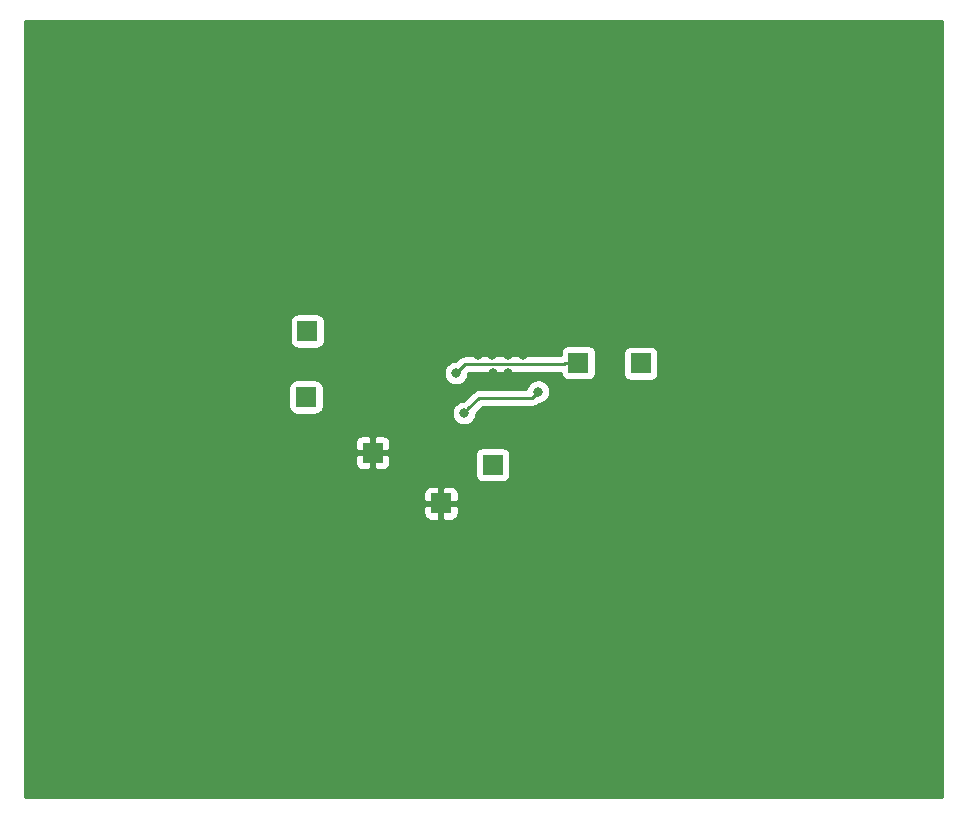
<source format=gbr>
G04 #@! TF.GenerationSoftware,KiCad,Pcbnew,(5.1.0)-1*
G04 #@! TF.CreationDate,2020-01-06T22:37:38-04:00*
G04 #@! TF.ProjectId,main,6d61696e-2e6b-4696-9361-645f70636258,rev?*
G04 #@! TF.SameCoordinates,Original*
G04 #@! TF.FileFunction,Copper,L2,Bot*
G04 #@! TF.FilePolarity,Positive*
%FSLAX46Y46*%
G04 Gerber Fmt 4.6, Leading zero omitted, Abs format (unit mm)*
G04 Created by KiCad (PCBNEW (5.1.0)-1) date 2020-01-06 22:37:38*
%MOMM*%
%LPD*%
G04 APERTURE LIST*
%ADD10R,1.700000X1.700000*%
%ADD11C,0.800000*%
%ADD12C,0.250000*%
%ADD13C,0.254000*%
G04 APERTURE END LIST*
D10*
X129590800Y-71882000D03*
X135128000Y-82194400D03*
X129489200Y-77470000D03*
X152552400Y-74574400D03*
X145288000Y-83210400D03*
X140919200Y-86461600D03*
X157835600Y-74625200D03*
D11*
X146558000Y-75438000D03*
X145288000Y-75438000D03*
X145237200Y-73914000D03*
X146558000Y-73914000D03*
X145389600Y-79603600D03*
X146659600Y-79603600D03*
X147828000Y-80264000D03*
X144018000Y-73914000D03*
X147828000Y-73914000D03*
X144272000Y-80124300D03*
X142183600Y-75443600D03*
X142848900Y-78840900D03*
X149152400Y-77009200D03*
D12*
X142914201Y-74712999D02*
X151313801Y-74712999D01*
X142183600Y-75443600D02*
X142914201Y-74712999D01*
X151452400Y-74574400D02*
X152552400Y-74574400D01*
X151313801Y-74712999D02*
X151452400Y-74574400D01*
X143248899Y-78440901D02*
X142848900Y-78840900D01*
X144132001Y-77557799D02*
X143248899Y-78440901D01*
X148603801Y-77557799D02*
X144132001Y-77557799D01*
X149152400Y-77009200D02*
X148603801Y-77557799D01*
D13*
G36*
X183340000Y-79032418D02*
G01*
X183340001Y-79032428D01*
X183340000Y-111340000D01*
X105660000Y-111340000D01*
X105660000Y-87311600D01*
X139431128Y-87311600D01*
X139443388Y-87436082D01*
X139479698Y-87555780D01*
X139538663Y-87666094D01*
X139618015Y-87762785D01*
X139714706Y-87842137D01*
X139825020Y-87901102D01*
X139944718Y-87937412D01*
X140069200Y-87949672D01*
X140633450Y-87946600D01*
X140792200Y-87787850D01*
X140792200Y-86588600D01*
X141046200Y-86588600D01*
X141046200Y-87787850D01*
X141204950Y-87946600D01*
X141769200Y-87949672D01*
X141893682Y-87937412D01*
X142013380Y-87901102D01*
X142123694Y-87842137D01*
X142220385Y-87762785D01*
X142299737Y-87666094D01*
X142358702Y-87555780D01*
X142395012Y-87436082D01*
X142407272Y-87311600D01*
X142404200Y-86747350D01*
X142245450Y-86588600D01*
X141046200Y-86588600D01*
X140792200Y-86588600D01*
X139592950Y-86588600D01*
X139434200Y-86747350D01*
X139431128Y-87311600D01*
X105660000Y-87311600D01*
X105660000Y-85611600D01*
X139431128Y-85611600D01*
X139434200Y-86175850D01*
X139592950Y-86334600D01*
X140792200Y-86334600D01*
X140792200Y-85135350D01*
X141046200Y-85135350D01*
X141046200Y-86334600D01*
X142245450Y-86334600D01*
X142404200Y-86175850D01*
X142407272Y-85611600D01*
X142395012Y-85487118D01*
X142358702Y-85367420D01*
X142299737Y-85257106D01*
X142220385Y-85160415D01*
X142123694Y-85081063D01*
X142013380Y-85022098D01*
X141893682Y-84985788D01*
X141769200Y-84973528D01*
X141204950Y-84976600D01*
X141046200Y-85135350D01*
X140792200Y-85135350D01*
X140633450Y-84976600D01*
X140069200Y-84973528D01*
X139944718Y-84985788D01*
X139825020Y-85022098D01*
X139714706Y-85081063D01*
X139618015Y-85160415D01*
X139538663Y-85257106D01*
X139479698Y-85367420D01*
X139443388Y-85487118D01*
X139431128Y-85611600D01*
X105660000Y-85611600D01*
X105660000Y-83044400D01*
X133639928Y-83044400D01*
X133652188Y-83168882D01*
X133688498Y-83288580D01*
X133747463Y-83398894D01*
X133826815Y-83495585D01*
X133923506Y-83574937D01*
X134033820Y-83633902D01*
X134153518Y-83670212D01*
X134278000Y-83682472D01*
X134842250Y-83679400D01*
X135001000Y-83520650D01*
X135001000Y-82321400D01*
X135255000Y-82321400D01*
X135255000Y-83520650D01*
X135413750Y-83679400D01*
X135978000Y-83682472D01*
X136102482Y-83670212D01*
X136222180Y-83633902D01*
X136332494Y-83574937D01*
X136429185Y-83495585D01*
X136508537Y-83398894D01*
X136567502Y-83288580D01*
X136603812Y-83168882D01*
X136616072Y-83044400D01*
X136613000Y-82480150D01*
X136493250Y-82360400D01*
X143799928Y-82360400D01*
X143799928Y-84060400D01*
X143812188Y-84184882D01*
X143848498Y-84304580D01*
X143907463Y-84414894D01*
X143986815Y-84511585D01*
X144083506Y-84590937D01*
X144193820Y-84649902D01*
X144313518Y-84686212D01*
X144438000Y-84698472D01*
X146138000Y-84698472D01*
X146262482Y-84686212D01*
X146382180Y-84649902D01*
X146492494Y-84590937D01*
X146589185Y-84511585D01*
X146668537Y-84414894D01*
X146727502Y-84304580D01*
X146763812Y-84184882D01*
X146776072Y-84060400D01*
X146776072Y-82360400D01*
X146763812Y-82235918D01*
X146727502Y-82116220D01*
X146668537Y-82005906D01*
X146589185Y-81909215D01*
X146492494Y-81829863D01*
X146382180Y-81770898D01*
X146262482Y-81734588D01*
X146138000Y-81722328D01*
X144438000Y-81722328D01*
X144313518Y-81734588D01*
X144193820Y-81770898D01*
X144083506Y-81829863D01*
X143986815Y-81909215D01*
X143907463Y-82005906D01*
X143848498Y-82116220D01*
X143812188Y-82235918D01*
X143799928Y-82360400D01*
X136493250Y-82360400D01*
X136454250Y-82321400D01*
X135255000Y-82321400D01*
X135001000Y-82321400D01*
X133801750Y-82321400D01*
X133643000Y-82480150D01*
X133639928Y-83044400D01*
X105660000Y-83044400D01*
X105660000Y-81344400D01*
X133639928Y-81344400D01*
X133643000Y-81908650D01*
X133801750Y-82067400D01*
X135001000Y-82067400D01*
X135001000Y-80868150D01*
X135255000Y-80868150D01*
X135255000Y-82067400D01*
X136454250Y-82067400D01*
X136613000Y-81908650D01*
X136616072Y-81344400D01*
X136603812Y-81219918D01*
X136567502Y-81100220D01*
X136508537Y-80989906D01*
X136429185Y-80893215D01*
X136332494Y-80813863D01*
X136222180Y-80754898D01*
X136102482Y-80718588D01*
X135978000Y-80706328D01*
X135413750Y-80709400D01*
X135255000Y-80868150D01*
X135001000Y-80868150D01*
X134842250Y-80709400D01*
X134278000Y-80706328D01*
X134153518Y-80718588D01*
X134033820Y-80754898D01*
X133923506Y-80813863D01*
X133826815Y-80893215D01*
X133747463Y-80989906D01*
X133688498Y-81100220D01*
X133652188Y-81219918D01*
X133639928Y-81344400D01*
X105660000Y-81344400D01*
X105660000Y-76620000D01*
X128001128Y-76620000D01*
X128001128Y-78320000D01*
X128013388Y-78444482D01*
X128049698Y-78564180D01*
X128108663Y-78674494D01*
X128188015Y-78771185D01*
X128284706Y-78850537D01*
X128395020Y-78909502D01*
X128514718Y-78945812D01*
X128639200Y-78958072D01*
X130339200Y-78958072D01*
X130463682Y-78945812D01*
X130583380Y-78909502D01*
X130693694Y-78850537D01*
X130790385Y-78771185D01*
X130816830Y-78738961D01*
X141813900Y-78738961D01*
X141813900Y-78942839D01*
X141853674Y-79142798D01*
X141931695Y-79331156D01*
X142044963Y-79500674D01*
X142189126Y-79644837D01*
X142358644Y-79758105D01*
X142547002Y-79836126D01*
X142746961Y-79875900D01*
X142950839Y-79875900D01*
X143150798Y-79836126D01*
X143339156Y-79758105D01*
X143508674Y-79644837D01*
X143652837Y-79500674D01*
X143766105Y-79331156D01*
X143844126Y-79142798D01*
X143883900Y-78942839D01*
X143883900Y-78880701D01*
X144446803Y-78317799D01*
X148566479Y-78317799D01*
X148603801Y-78321475D01*
X148641123Y-78317799D01*
X148641134Y-78317799D01*
X148752787Y-78306802D01*
X148896048Y-78263345D01*
X149028077Y-78192773D01*
X149143802Y-78097800D01*
X149167604Y-78068797D01*
X149192201Y-78044200D01*
X149254339Y-78044200D01*
X149454298Y-78004426D01*
X149642656Y-77926405D01*
X149812174Y-77813137D01*
X149956337Y-77668974D01*
X150069605Y-77499456D01*
X150147626Y-77311098D01*
X150187400Y-77111139D01*
X150187400Y-76907261D01*
X150147626Y-76707302D01*
X150069605Y-76518944D01*
X149956337Y-76349426D01*
X149812174Y-76205263D01*
X149642656Y-76091995D01*
X149454298Y-76013974D01*
X149254339Y-75974200D01*
X149050461Y-75974200D01*
X148850502Y-76013974D01*
X148662144Y-76091995D01*
X148492626Y-76205263D01*
X148348463Y-76349426D01*
X148235195Y-76518944D01*
X148157174Y-76707302D01*
X148139173Y-76797799D01*
X144169324Y-76797799D01*
X144132001Y-76794123D01*
X144094678Y-76797799D01*
X144094668Y-76797799D01*
X143983015Y-76808796D01*
X143839754Y-76852253D01*
X143707725Y-76922825D01*
X143592000Y-77017798D01*
X143568202Y-77046796D01*
X142809099Y-77805900D01*
X142746961Y-77805900D01*
X142547002Y-77845674D01*
X142358644Y-77923695D01*
X142189126Y-78036963D01*
X142044963Y-78181126D01*
X141931695Y-78350644D01*
X141853674Y-78539002D01*
X141813900Y-78738961D01*
X130816830Y-78738961D01*
X130869737Y-78674494D01*
X130928702Y-78564180D01*
X130965012Y-78444482D01*
X130977272Y-78320000D01*
X130977272Y-76620000D01*
X130965012Y-76495518D01*
X130928702Y-76375820D01*
X130869737Y-76265506D01*
X130790385Y-76168815D01*
X130693694Y-76089463D01*
X130583380Y-76030498D01*
X130463682Y-75994188D01*
X130339200Y-75981928D01*
X128639200Y-75981928D01*
X128514718Y-75994188D01*
X128395020Y-76030498D01*
X128284706Y-76089463D01*
X128188015Y-76168815D01*
X128108663Y-76265506D01*
X128049698Y-76375820D01*
X128013388Y-76495518D01*
X128001128Y-76620000D01*
X105660000Y-76620000D01*
X105660000Y-75341661D01*
X141148600Y-75341661D01*
X141148600Y-75545539D01*
X141188374Y-75745498D01*
X141266395Y-75933856D01*
X141379663Y-76103374D01*
X141523826Y-76247537D01*
X141693344Y-76360805D01*
X141881702Y-76438826D01*
X142081661Y-76478600D01*
X142285539Y-76478600D01*
X142485498Y-76438826D01*
X142673856Y-76360805D01*
X142843374Y-76247537D01*
X142987537Y-76103374D01*
X143100805Y-75933856D01*
X143178826Y-75745498D01*
X143218600Y-75545539D01*
X143218600Y-75483402D01*
X143229003Y-75472999D01*
X151069114Y-75472999D01*
X151076588Y-75548882D01*
X151112898Y-75668580D01*
X151171863Y-75778894D01*
X151251215Y-75875585D01*
X151347906Y-75954937D01*
X151458220Y-76013902D01*
X151577918Y-76050212D01*
X151702400Y-76062472D01*
X153402400Y-76062472D01*
X153526882Y-76050212D01*
X153646580Y-76013902D01*
X153756894Y-75954937D01*
X153853585Y-75875585D01*
X153932937Y-75778894D01*
X153991902Y-75668580D01*
X154028212Y-75548882D01*
X154040472Y-75424400D01*
X154040472Y-73775200D01*
X156347528Y-73775200D01*
X156347528Y-75475200D01*
X156359788Y-75599682D01*
X156396098Y-75719380D01*
X156455063Y-75829694D01*
X156534415Y-75926385D01*
X156631106Y-76005737D01*
X156741420Y-76064702D01*
X156861118Y-76101012D01*
X156985600Y-76113272D01*
X158685600Y-76113272D01*
X158810082Y-76101012D01*
X158929780Y-76064702D01*
X159040094Y-76005737D01*
X159136785Y-75926385D01*
X159216137Y-75829694D01*
X159275102Y-75719380D01*
X159311412Y-75599682D01*
X159323672Y-75475200D01*
X159323672Y-73775200D01*
X159311412Y-73650718D01*
X159275102Y-73531020D01*
X159216137Y-73420706D01*
X159136785Y-73324015D01*
X159040094Y-73244663D01*
X158929780Y-73185698D01*
X158810082Y-73149388D01*
X158685600Y-73137128D01*
X156985600Y-73137128D01*
X156861118Y-73149388D01*
X156741420Y-73185698D01*
X156631106Y-73244663D01*
X156534415Y-73324015D01*
X156455063Y-73420706D01*
X156396098Y-73531020D01*
X156359788Y-73650718D01*
X156347528Y-73775200D01*
X154040472Y-73775200D01*
X154040472Y-73724400D01*
X154028212Y-73599918D01*
X153991902Y-73480220D01*
X153932937Y-73369906D01*
X153853585Y-73273215D01*
X153756894Y-73193863D01*
X153646580Y-73134898D01*
X153526882Y-73098588D01*
X153402400Y-73086328D01*
X151702400Y-73086328D01*
X151577918Y-73098588D01*
X151458220Y-73134898D01*
X151347906Y-73193863D01*
X151251215Y-73273215D01*
X151171863Y-73369906D01*
X151112898Y-73480220D01*
X151076588Y-73599918D01*
X151064328Y-73724400D01*
X151064328Y-73920074D01*
X151028124Y-73939426D01*
X151011585Y-73952999D01*
X142951524Y-73952999D01*
X142914201Y-73949323D01*
X142876878Y-73952999D01*
X142876868Y-73952999D01*
X142765215Y-73963996D01*
X142621954Y-74007453D01*
X142489925Y-74078025D01*
X142374200Y-74172998D01*
X142350402Y-74201997D01*
X142143798Y-74408600D01*
X142081661Y-74408600D01*
X141881702Y-74448374D01*
X141693344Y-74526395D01*
X141523826Y-74639663D01*
X141379663Y-74783826D01*
X141266395Y-74953344D01*
X141188374Y-75141702D01*
X141148600Y-75341661D01*
X105660000Y-75341661D01*
X105660000Y-71032000D01*
X128102728Y-71032000D01*
X128102728Y-72732000D01*
X128114988Y-72856482D01*
X128151298Y-72976180D01*
X128210263Y-73086494D01*
X128289615Y-73183185D01*
X128386306Y-73262537D01*
X128496620Y-73321502D01*
X128616318Y-73357812D01*
X128740800Y-73370072D01*
X130440800Y-73370072D01*
X130565282Y-73357812D01*
X130684980Y-73321502D01*
X130795294Y-73262537D01*
X130891985Y-73183185D01*
X130971337Y-73086494D01*
X131030302Y-72976180D01*
X131066612Y-72856482D01*
X131078872Y-72732000D01*
X131078872Y-71032000D01*
X131066612Y-70907518D01*
X131030302Y-70787820D01*
X130971337Y-70677506D01*
X130891985Y-70580815D01*
X130795294Y-70501463D01*
X130684980Y-70442498D01*
X130565282Y-70406188D01*
X130440800Y-70393928D01*
X128740800Y-70393928D01*
X128616318Y-70406188D01*
X128496620Y-70442498D01*
X128386306Y-70501463D01*
X128289615Y-70580815D01*
X128210263Y-70677506D01*
X128151298Y-70787820D01*
X128114988Y-70907518D01*
X128102728Y-71032000D01*
X105660000Y-71032000D01*
X105660000Y-45660000D01*
X183340001Y-45660000D01*
X183340000Y-79032418D01*
X183340000Y-79032418D01*
G37*
X183340000Y-79032418D02*
X183340001Y-79032428D01*
X183340000Y-111340000D01*
X105660000Y-111340000D01*
X105660000Y-87311600D01*
X139431128Y-87311600D01*
X139443388Y-87436082D01*
X139479698Y-87555780D01*
X139538663Y-87666094D01*
X139618015Y-87762785D01*
X139714706Y-87842137D01*
X139825020Y-87901102D01*
X139944718Y-87937412D01*
X140069200Y-87949672D01*
X140633450Y-87946600D01*
X140792200Y-87787850D01*
X140792200Y-86588600D01*
X141046200Y-86588600D01*
X141046200Y-87787850D01*
X141204950Y-87946600D01*
X141769200Y-87949672D01*
X141893682Y-87937412D01*
X142013380Y-87901102D01*
X142123694Y-87842137D01*
X142220385Y-87762785D01*
X142299737Y-87666094D01*
X142358702Y-87555780D01*
X142395012Y-87436082D01*
X142407272Y-87311600D01*
X142404200Y-86747350D01*
X142245450Y-86588600D01*
X141046200Y-86588600D01*
X140792200Y-86588600D01*
X139592950Y-86588600D01*
X139434200Y-86747350D01*
X139431128Y-87311600D01*
X105660000Y-87311600D01*
X105660000Y-85611600D01*
X139431128Y-85611600D01*
X139434200Y-86175850D01*
X139592950Y-86334600D01*
X140792200Y-86334600D01*
X140792200Y-85135350D01*
X141046200Y-85135350D01*
X141046200Y-86334600D01*
X142245450Y-86334600D01*
X142404200Y-86175850D01*
X142407272Y-85611600D01*
X142395012Y-85487118D01*
X142358702Y-85367420D01*
X142299737Y-85257106D01*
X142220385Y-85160415D01*
X142123694Y-85081063D01*
X142013380Y-85022098D01*
X141893682Y-84985788D01*
X141769200Y-84973528D01*
X141204950Y-84976600D01*
X141046200Y-85135350D01*
X140792200Y-85135350D01*
X140633450Y-84976600D01*
X140069200Y-84973528D01*
X139944718Y-84985788D01*
X139825020Y-85022098D01*
X139714706Y-85081063D01*
X139618015Y-85160415D01*
X139538663Y-85257106D01*
X139479698Y-85367420D01*
X139443388Y-85487118D01*
X139431128Y-85611600D01*
X105660000Y-85611600D01*
X105660000Y-83044400D01*
X133639928Y-83044400D01*
X133652188Y-83168882D01*
X133688498Y-83288580D01*
X133747463Y-83398894D01*
X133826815Y-83495585D01*
X133923506Y-83574937D01*
X134033820Y-83633902D01*
X134153518Y-83670212D01*
X134278000Y-83682472D01*
X134842250Y-83679400D01*
X135001000Y-83520650D01*
X135001000Y-82321400D01*
X135255000Y-82321400D01*
X135255000Y-83520650D01*
X135413750Y-83679400D01*
X135978000Y-83682472D01*
X136102482Y-83670212D01*
X136222180Y-83633902D01*
X136332494Y-83574937D01*
X136429185Y-83495585D01*
X136508537Y-83398894D01*
X136567502Y-83288580D01*
X136603812Y-83168882D01*
X136616072Y-83044400D01*
X136613000Y-82480150D01*
X136493250Y-82360400D01*
X143799928Y-82360400D01*
X143799928Y-84060400D01*
X143812188Y-84184882D01*
X143848498Y-84304580D01*
X143907463Y-84414894D01*
X143986815Y-84511585D01*
X144083506Y-84590937D01*
X144193820Y-84649902D01*
X144313518Y-84686212D01*
X144438000Y-84698472D01*
X146138000Y-84698472D01*
X146262482Y-84686212D01*
X146382180Y-84649902D01*
X146492494Y-84590937D01*
X146589185Y-84511585D01*
X146668537Y-84414894D01*
X146727502Y-84304580D01*
X146763812Y-84184882D01*
X146776072Y-84060400D01*
X146776072Y-82360400D01*
X146763812Y-82235918D01*
X146727502Y-82116220D01*
X146668537Y-82005906D01*
X146589185Y-81909215D01*
X146492494Y-81829863D01*
X146382180Y-81770898D01*
X146262482Y-81734588D01*
X146138000Y-81722328D01*
X144438000Y-81722328D01*
X144313518Y-81734588D01*
X144193820Y-81770898D01*
X144083506Y-81829863D01*
X143986815Y-81909215D01*
X143907463Y-82005906D01*
X143848498Y-82116220D01*
X143812188Y-82235918D01*
X143799928Y-82360400D01*
X136493250Y-82360400D01*
X136454250Y-82321400D01*
X135255000Y-82321400D01*
X135001000Y-82321400D01*
X133801750Y-82321400D01*
X133643000Y-82480150D01*
X133639928Y-83044400D01*
X105660000Y-83044400D01*
X105660000Y-81344400D01*
X133639928Y-81344400D01*
X133643000Y-81908650D01*
X133801750Y-82067400D01*
X135001000Y-82067400D01*
X135001000Y-80868150D01*
X135255000Y-80868150D01*
X135255000Y-82067400D01*
X136454250Y-82067400D01*
X136613000Y-81908650D01*
X136616072Y-81344400D01*
X136603812Y-81219918D01*
X136567502Y-81100220D01*
X136508537Y-80989906D01*
X136429185Y-80893215D01*
X136332494Y-80813863D01*
X136222180Y-80754898D01*
X136102482Y-80718588D01*
X135978000Y-80706328D01*
X135413750Y-80709400D01*
X135255000Y-80868150D01*
X135001000Y-80868150D01*
X134842250Y-80709400D01*
X134278000Y-80706328D01*
X134153518Y-80718588D01*
X134033820Y-80754898D01*
X133923506Y-80813863D01*
X133826815Y-80893215D01*
X133747463Y-80989906D01*
X133688498Y-81100220D01*
X133652188Y-81219918D01*
X133639928Y-81344400D01*
X105660000Y-81344400D01*
X105660000Y-76620000D01*
X128001128Y-76620000D01*
X128001128Y-78320000D01*
X128013388Y-78444482D01*
X128049698Y-78564180D01*
X128108663Y-78674494D01*
X128188015Y-78771185D01*
X128284706Y-78850537D01*
X128395020Y-78909502D01*
X128514718Y-78945812D01*
X128639200Y-78958072D01*
X130339200Y-78958072D01*
X130463682Y-78945812D01*
X130583380Y-78909502D01*
X130693694Y-78850537D01*
X130790385Y-78771185D01*
X130816830Y-78738961D01*
X141813900Y-78738961D01*
X141813900Y-78942839D01*
X141853674Y-79142798D01*
X141931695Y-79331156D01*
X142044963Y-79500674D01*
X142189126Y-79644837D01*
X142358644Y-79758105D01*
X142547002Y-79836126D01*
X142746961Y-79875900D01*
X142950839Y-79875900D01*
X143150798Y-79836126D01*
X143339156Y-79758105D01*
X143508674Y-79644837D01*
X143652837Y-79500674D01*
X143766105Y-79331156D01*
X143844126Y-79142798D01*
X143883900Y-78942839D01*
X143883900Y-78880701D01*
X144446803Y-78317799D01*
X148566479Y-78317799D01*
X148603801Y-78321475D01*
X148641123Y-78317799D01*
X148641134Y-78317799D01*
X148752787Y-78306802D01*
X148896048Y-78263345D01*
X149028077Y-78192773D01*
X149143802Y-78097800D01*
X149167604Y-78068797D01*
X149192201Y-78044200D01*
X149254339Y-78044200D01*
X149454298Y-78004426D01*
X149642656Y-77926405D01*
X149812174Y-77813137D01*
X149956337Y-77668974D01*
X150069605Y-77499456D01*
X150147626Y-77311098D01*
X150187400Y-77111139D01*
X150187400Y-76907261D01*
X150147626Y-76707302D01*
X150069605Y-76518944D01*
X149956337Y-76349426D01*
X149812174Y-76205263D01*
X149642656Y-76091995D01*
X149454298Y-76013974D01*
X149254339Y-75974200D01*
X149050461Y-75974200D01*
X148850502Y-76013974D01*
X148662144Y-76091995D01*
X148492626Y-76205263D01*
X148348463Y-76349426D01*
X148235195Y-76518944D01*
X148157174Y-76707302D01*
X148139173Y-76797799D01*
X144169324Y-76797799D01*
X144132001Y-76794123D01*
X144094678Y-76797799D01*
X144094668Y-76797799D01*
X143983015Y-76808796D01*
X143839754Y-76852253D01*
X143707725Y-76922825D01*
X143592000Y-77017798D01*
X143568202Y-77046796D01*
X142809099Y-77805900D01*
X142746961Y-77805900D01*
X142547002Y-77845674D01*
X142358644Y-77923695D01*
X142189126Y-78036963D01*
X142044963Y-78181126D01*
X141931695Y-78350644D01*
X141853674Y-78539002D01*
X141813900Y-78738961D01*
X130816830Y-78738961D01*
X130869737Y-78674494D01*
X130928702Y-78564180D01*
X130965012Y-78444482D01*
X130977272Y-78320000D01*
X130977272Y-76620000D01*
X130965012Y-76495518D01*
X130928702Y-76375820D01*
X130869737Y-76265506D01*
X130790385Y-76168815D01*
X130693694Y-76089463D01*
X130583380Y-76030498D01*
X130463682Y-75994188D01*
X130339200Y-75981928D01*
X128639200Y-75981928D01*
X128514718Y-75994188D01*
X128395020Y-76030498D01*
X128284706Y-76089463D01*
X128188015Y-76168815D01*
X128108663Y-76265506D01*
X128049698Y-76375820D01*
X128013388Y-76495518D01*
X128001128Y-76620000D01*
X105660000Y-76620000D01*
X105660000Y-75341661D01*
X141148600Y-75341661D01*
X141148600Y-75545539D01*
X141188374Y-75745498D01*
X141266395Y-75933856D01*
X141379663Y-76103374D01*
X141523826Y-76247537D01*
X141693344Y-76360805D01*
X141881702Y-76438826D01*
X142081661Y-76478600D01*
X142285539Y-76478600D01*
X142485498Y-76438826D01*
X142673856Y-76360805D01*
X142843374Y-76247537D01*
X142987537Y-76103374D01*
X143100805Y-75933856D01*
X143178826Y-75745498D01*
X143218600Y-75545539D01*
X143218600Y-75483402D01*
X143229003Y-75472999D01*
X151069114Y-75472999D01*
X151076588Y-75548882D01*
X151112898Y-75668580D01*
X151171863Y-75778894D01*
X151251215Y-75875585D01*
X151347906Y-75954937D01*
X151458220Y-76013902D01*
X151577918Y-76050212D01*
X151702400Y-76062472D01*
X153402400Y-76062472D01*
X153526882Y-76050212D01*
X153646580Y-76013902D01*
X153756894Y-75954937D01*
X153853585Y-75875585D01*
X153932937Y-75778894D01*
X153991902Y-75668580D01*
X154028212Y-75548882D01*
X154040472Y-75424400D01*
X154040472Y-73775200D01*
X156347528Y-73775200D01*
X156347528Y-75475200D01*
X156359788Y-75599682D01*
X156396098Y-75719380D01*
X156455063Y-75829694D01*
X156534415Y-75926385D01*
X156631106Y-76005737D01*
X156741420Y-76064702D01*
X156861118Y-76101012D01*
X156985600Y-76113272D01*
X158685600Y-76113272D01*
X158810082Y-76101012D01*
X158929780Y-76064702D01*
X159040094Y-76005737D01*
X159136785Y-75926385D01*
X159216137Y-75829694D01*
X159275102Y-75719380D01*
X159311412Y-75599682D01*
X159323672Y-75475200D01*
X159323672Y-73775200D01*
X159311412Y-73650718D01*
X159275102Y-73531020D01*
X159216137Y-73420706D01*
X159136785Y-73324015D01*
X159040094Y-73244663D01*
X158929780Y-73185698D01*
X158810082Y-73149388D01*
X158685600Y-73137128D01*
X156985600Y-73137128D01*
X156861118Y-73149388D01*
X156741420Y-73185698D01*
X156631106Y-73244663D01*
X156534415Y-73324015D01*
X156455063Y-73420706D01*
X156396098Y-73531020D01*
X156359788Y-73650718D01*
X156347528Y-73775200D01*
X154040472Y-73775200D01*
X154040472Y-73724400D01*
X154028212Y-73599918D01*
X153991902Y-73480220D01*
X153932937Y-73369906D01*
X153853585Y-73273215D01*
X153756894Y-73193863D01*
X153646580Y-73134898D01*
X153526882Y-73098588D01*
X153402400Y-73086328D01*
X151702400Y-73086328D01*
X151577918Y-73098588D01*
X151458220Y-73134898D01*
X151347906Y-73193863D01*
X151251215Y-73273215D01*
X151171863Y-73369906D01*
X151112898Y-73480220D01*
X151076588Y-73599918D01*
X151064328Y-73724400D01*
X151064328Y-73920074D01*
X151028124Y-73939426D01*
X151011585Y-73952999D01*
X142951524Y-73952999D01*
X142914201Y-73949323D01*
X142876878Y-73952999D01*
X142876868Y-73952999D01*
X142765215Y-73963996D01*
X142621954Y-74007453D01*
X142489925Y-74078025D01*
X142374200Y-74172998D01*
X142350402Y-74201997D01*
X142143798Y-74408600D01*
X142081661Y-74408600D01*
X141881702Y-74448374D01*
X141693344Y-74526395D01*
X141523826Y-74639663D01*
X141379663Y-74783826D01*
X141266395Y-74953344D01*
X141188374Y-75141702D01*
X141148600Y-75341661D01*
X105660000Y-75341661D01*
X105660000Y-71032000D01*
X128102728Y-71032000D01*
X128102728Y-72732000D01*
X128114988Y-72856482D01*
X128151298Y-72976180D01*
X128210263Y-73086494D01*
X128289615Y-73183185D01*
X128386306Y-73262537D01*
X128496620Y-73321502D01*
X128616318Y-73357812D01*
X128740800Y-73370072D01*
X130440800Y-73370072D01*
X130565282Y-73357812D01*
X130684980Y-73321502D01*
X130795294Y-73262537D01*
X130891985Y-73183185D01*
X130971337Y-73086494D01*
X131030302Y-72976180D01*
X131066612Y-72856482D01*
X131078872Y-72732000D01*
X131078872Y-71032000D01*
X131066612Y-70907518D01*
X131030302Y-70787820D01*
X130971337Y-70677506D01*
X130891985Y-70580815D01*
X130795294Y-70501463D01*
X130684980Y-70442498D01*
X130565282Y-70406188D01*
X130440800Y-70393928D01*
X128740800Y-70393928D01*
X128616318Y-70406188D01*
X128496620Y-70442498D01*
X128386306Y-70501463D01*
X128289615Y-70580815D01*
X128210263Y-70677506D01*
X128151298Y-70787820D01*
X128114988Y-70907518D01*
X128102728Y-71032000D01*
X105660000Y-71032000D01*
X105660000Y-45660000D01*
X183340001Y-45660000D01*
X183340000Y-79032418D01*
M02*

</source>
